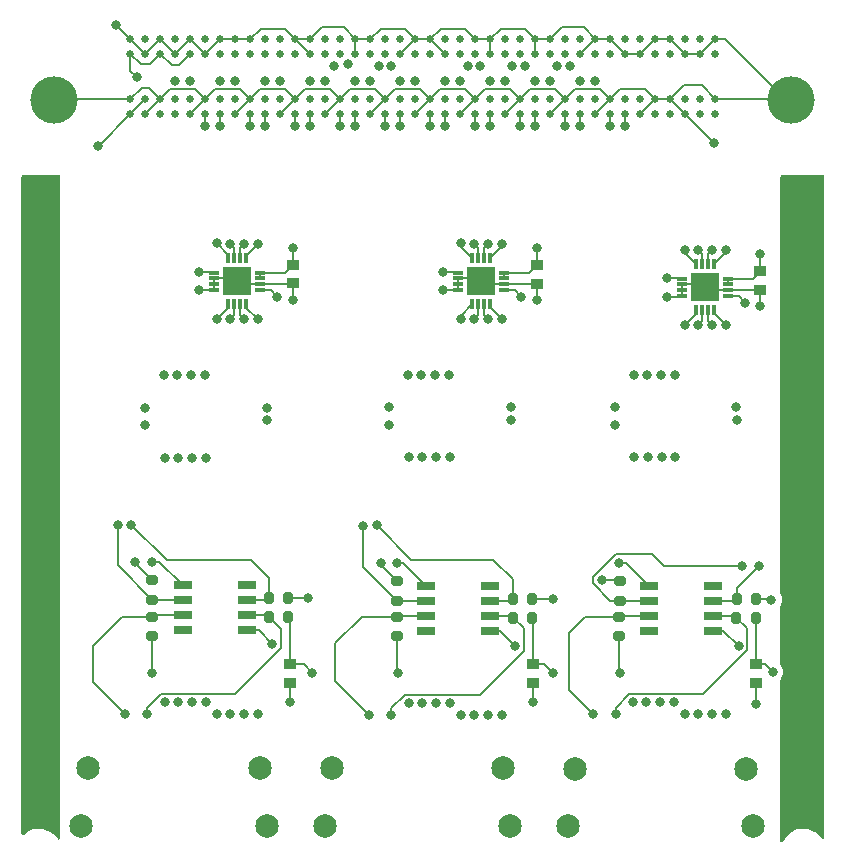
<source format=gbr>
G04 #@! TF.GenerationSoftware,KiCad,Pcbnew,(6.0.4-0)*
G04 #@! TF.CreationDate,2022-07-08T14:42:32+02:00*
G04 #@! TF.ProjectId,adapter_hybrid_assistor_hpc_3HDMI,61646170-7465-4725-9f68-79627269645f,rev?*
G04 #@! TF.SameCoordinates,Original*
G04 #@! TF.FileFunction,Copper,L6,Bot*
G04 #@! TF.FilePolarity,Positive*
%FSLAX46Y46*%
G04 Gerber Fmt 4.6, Leading zero omitted, Abs format (unit mm)*
G04 Created by KiCad (PCBNEW (6.0.4-0)) date 2022-07-08 14:42:32*
%MOMM*%
%LPD*%
G01*
G04 APERTURE LIST*
G04 Aperture macros list*
%AMRoundRect*
0 Rectangle with rounded corners*
0 $1 Rounding radius*
0 $2 $3 $4 $5 $6 $7 $8 $9 X,Y pos of 4 corners*
0 Add a 4 corners polygon primitive as box body*
4,1,4,$2,$3,$4,$5,$6,$7,$8,$9,$2,$3,0*
0 Add four circle primitives for the rounded corners*
1,1,$1+$1,$2,$3*
1,1,$1+$1,$4,$5*
1,1,$1+$1,$6,$7*
1,1,$1+$1,$8,$9*
0 Add four rect primitives between the rounded corners*
20,1,$1+$1,$2,$3,$4,$5,0*
20,1,$1+$1,$4,$5,$6,$7,0*
20,1,$1+$1,$6,$7,$8,$9,0*
20,1,$1+$1,$8,$9,$2,$3,0*%
G04 Aperture macros list end*
G04 #@! TA.AperFunction,ComponentPad*
%ADD10C,4.000000*%
G04 #@! TD*
G04 #@! TA.AperFunction,ComponentPad*
%ADD11C,1.995000*%
G04 #@! TD*
G04 #@! TA.AperFunction,SMDPad,CuDef*
%ADD12R,1.000000X0.950000*%
G04 #@! TD*
G04 #@! TA.AperFunction,SMDPad,CuDef*
%ADD13C,0.640000*%
G04 #@! TD*
G04 #@! TA.AperFunction,SMDPad,CuDef*
%ADD14R,0.300000X0.850000*%
G04 #@! TD*
G04 #@! TA.AperFunction,SMDPad,CuDef*
%ADD15R,0.850000X0.300000*%
G04 #@! TD*
G04 #@! TA.AperFunction,SMDPad,CuDef*
%ADD16R,2.400000X2.400000*%
G04 #@! TD*
G04 #@! TA.AperFunction,SMDPad,CuDef*
%ADD17RoundRect,0.200000X-0.200000X-0.275000X0.200000X-0.275000X0.200000X0.275000X-0.200000X0.275000X0*%
G04 #@! TD*
G04 #@! TA.AperFunction,SMDPad,CuDef*
%ADD18RoundRect,0.200000X0.275000X-0.200000X0.275000X0.200000X-0.275000X0.200000X-0.275000X-0.200000X0*%
G04 #@! TD*
G04 #@! TA.AperFunction,SMDPad,CuDef*
%ADD19R,1.528000X0.650000*%
G04 #@! TD*
G04 #@! TA.AperFunction,SMDPad,CuDef*
%ADD20RoundRect,0.200000X0.200000X0.275000X-0.200000X0.275000X-0.200000X-0.275000X0.200000X-0.275000X0*%
G04 #@! TD*
G04 #@! TA.AperFunction,ViaPad*
%ADD21C,0.800000*%
G04 #@! TD*
G04 #@! TA.AperFunction,Conductor*
%ADD22C,0.200000*%
G04 #@! TD*
G04 APERTURE END LIST*
D10*
X165683000Y-110458000D03*
X103303000Y-110458000D03*
D11*
X106189000Y-167050000D03*
X120689000Y-167050000D03*
X105589000Y-171950000D03*
X121289000Y-171950000D03*
X147369000Y-167060000D03*
X161869000Y-167060000D03*
X146769000Y-171960000D03*
X162469000Y-171960000D03*
X126819000Y-167050000D03*
X141319000Y-167050000D03*
X126219000Y-171950000D03*
X141919000Y-171950000D03*
D12*
X123490000Y-124380000D03*
X123490000Y-125980000D03*
X144140000Y-124400000D03*
X144140000Y-126000000D03*
D13*
X159260000Y-105280000D03*
X157990000Y-105280000D03*
X156720000Y-105280000D03*
X155450000Y-105280000D03*
X154180000Y-105280000D03*
X152910000Y-105280000D03*
X151640000Y-105280000D03*
X150370000Y-105280000D03*
X149100000Y-105280000D03*
X147830000Y-105280000D03*
X146560000Y-105280000D03*
X145290000Y-105280000D03*
X144020000Y-105280000D03*
X142750000Y-105280000D03*
X141480000Y-105280000D03*
X140210000Y-105280000D03*
X138940000Y-105280000D03*
X137670000Y-105280000D03*
X136400000Y-105280000D03*
X135130000Y-105280000D03*
X133860000Y-105280000D03*
X132590000Y-105280000D03*
X131320000Y-105280000D03*
X130050000Y-105280000D03*
X128780000Y-105280000D03*
X127510000Y-105280000D03*
X126240000Y-105280000D03*
X124970000Y-105280000D03*
X123700000Y-105280000D03*
X122430000Y-105280000D03*
X121160000Y-105280000D03*
X119890000Y-105280000D03*
X118620000Y-105280000D03*
X117350000Y-105280000D03*
X116080000Y-105280000D03*
X114810000Y-105280000D03*
X113540000Y-105280000D03*
X112270000Y-105280000D03*
X111000000Y-105280000D03*
X109730000Y-105280000D03*
X159260000Y-106550000D03*
X157990000Y-106550000D03*
X156720000Y-106550000D03*
X155450000Y-106550000D03*
X154180000Y-106550000D03*
X152910000Y-106550000D03*
X151640000Y-106550000D03*
X150370000Y-106550000D03*
X149100000Y-106550000D03*
X147830000Y-106550000D03*
X146560000Y-106550000D03*
X145290000Y-106550000D03*
X144020000Y-106550000D03*
X142750000Y-106550000D03*
X141480000Y-106550000D03*
X140210000Y-106550000D03*
X138940000Y-106550000D03*
X137670000Y-106550000D03*
X136400000Y-106550000D03*
X135130000Y-106550000D03*
X133860000Y-106550000D03*
X132590000Y-106550000D03*
X131320000Y-106550000D03*
X130050000Y-106550000D03*
X128780000Y-106550000D03*
X127510000Y-106550000D03*
X126240000Y-106550000D03*
X124970000Y-106550000D03*
X123700000Y-106550000D03*
X122430000Y-106550000D03*
X121160000Y-106550000D03*
X119890000Y-106550000D03*
X118620000Y-106550000D03*
X117350000Y-106550000D03*
X116080000Y-106550000D03*
X114810000Y-106550000D03*
X113540000Y-106550000D03*
X112270000Y-106550000D03*
X111000000Y-106550000D03*
X109730000Y-106550000D03*
X159260000Y-110360000D03*
X157990000Y-110360000D03*
X156720000Y-110360000D03*
X155450000Y-110360000D03*
X154180000Y-110360000D03*
X152910000Y-110360000D03*
X151640000Y-110360000D03*
X150370000Y-110360000D03*
X149100000Y-110360000D03*
X147830000Y-110360000D03*
X146560000Y-110360000D03*
X145290000Y-110360000D03*
X144020000Y-110360000D03*
X142750000Y-110360000D03*
X141480000Y-110360000D03*
X140210000Y-110360000D03*
X138940000Y-110360000D03*
X137670000Y-110360000D03*
X136400000Y-110360000D03*
X135130000Y-110360000D03*
X133860000Y-110360000D03*
X132590000Y-110360000D03*
X131320000Y-110360000D03*
X130050000Y-110360000D03*
X128780000Y-110360000D03*
X127510000Y-110360000D03*
X126240000Y-110360000D03*
X124970000Y-110360000D03*
X123700000Y-110360000D03*
X122430000Y-110360000D03*
X121160000Y-110360000D03*
X119890000Y-110360000D03*
X118620000Y-110360000D03*
X117350000Y-110360000D03*
X116080000Y-110360000D03*
X114810000Y-110360000D03*
X113540000Y-110360000D03*
X112270000Y-110360000D03*
X111000000Y-110360000D03*
X109730000Y-110360000D03*
X159260000Y-111630000D03*
X157990000Y-111630000D03*
X156720000Y-111630000D03*
X155450000Y-111630000D03*
X154180000Y-111630000D03*
X152910000Y-111630000D03*
X151640000Y-111630000D03*
X150370000Y-111630000D03*
X149100000Y-111630000D03*
X147830000Y-111630000D03*
X146560000Y-111630000D03*
X145290000Y-111630000D03*
X144020000Y-111630000D03*
X142750000Y-111630000D03*
X141480000Y-111630000D03*
X140210000Y-111630000D03*
X138940000Y-111630000D03*
X137670000Y-111630000D03*
X136400000Y-111630000D03*
X135130000Y-111630000D03*
X133860000Y-111630000D03*
X132590000Y-111630000D03*
X131320000Y-111630000D03*
X130050000Y-111630000D03*
X128780000Y-111630000D03*
X127510000Y-111630000D03*
X126240000Y-111630000D03*
X124970000Y-111630000D03*
X123700000Y-111630000D03*
X122430000Y-111630000D03*
X121160000Y-111630000D03*
X119890000Y-111630000D03*
X118620000Y-111630000D03*
X117350000Y-111630000D03*
X116080000Y-111630000D03*
X114810000Y-111630000D03*
X113540000Y-111630000D03*
X112270000Y-111630000D03*
X111000000Y-111630000D03*
X109730000Y-111630000D03*
D14*
X140170000Y-127760000D03*
X139670000Y-127760000D03*
X139170000Y-127760000D03*
X138670000Y-127760000D03*
D15*
X137470000Y-126560000D03*
X137470000Y-126060000D03*
X137470000Y-125560000D03*
X137470000Y-125060000D03*
D14*
X138670000Y-123860000D03*
X139170000Y-123860000D03*
X139670000Y-123860000D03*
X140170000Y-123860000D03*
D15*
X141370000Y-125060000D03*
X141370000Y-125560000D03*
X141370000Y-126060000D03*
X141370000Y-126560000D03*
D16*
X139420000Y-125810000D03*
D14*
X159120000Y-128270000D03*
X158620000Y-128270000D03*
X158120000Y-128270000D03*
X157620000Y-128270000D03*
D15*
X156420000Y-127070000D03*
X156420000Y-126570000D03*
X156420000Y-126070000D03*
X156420000Y-125570000D03*
D14*
X157620000Y-124370000D03*
X158120000Y-124370000D03*
X158620000Y-124370000D03*
X159120000Y-124370000D03*
D15*
X160320000Y-125570000D03*
X160320000Y-126070000D03*
X160320000Y-126570000D03*
X160320000Y-127070000D03*
D16*
X158370000Y-126320000D03*
D14*
X119540000Y-127760000D03*
X119040000Y-127760000D03*
X118540000Y-127760000D03*
X118040000Y-127760000D03*
D15*
X116840000Y-126560000D03*
X116840000Y-126060000D03*
X116840000Y-125560000D03*
X116840000Y-125060000D03*
D14*
X118040000Y-123860000D03*
X118540000Y-123860000D03*
X119040000Y-123860000D03*
X119540000Y-123860000D03*
D15*
X120740000Y-125060000D03*
X120740000Y-125560000D03*
X120740000Y-126060000D03*
X120740000Y-126560000D03*
D16*
X118790000Y-125810000D03*
D12*
X163090000Y-124960000D03*
X163090000Y-126560000D03*
X162700000Y-158210000D03*
X162700000Y-159810000D03*
D17*
X142130000Y-152720000D03*
X143780000Y-152720000D03*
D18*
X111600000Y-155850000D03*
X111600000Y-154200000D03*
D19*
X114168000Y-155345000D03*
X114168000Y-154075000D03*
X114168000Y-152805000D03*
X114168000Y-151535000D03*
X119590000Y-151535000D03*
X119590000Y-152805000D03*
X119590000Y-154075000D03*
X119590000Y-155345000D03*
X153649000Y-155395000D03*
X153649000Y-154125000D03*
X153649000Y-152855000D03*
X153649000Y-151585000D03*
X159071000Y-151585000D03*
X159071000Y-152855000D03*
X159071000Y-154125000D03*
X159071000Y-155395000D03*
X134759000Y-155395000D03*
X134759000Y-154125000D03*
X134759000Y-152855000D03*
X134759000Y-151585000D03*
X140181000Y-151585000D03*
X140181000Y-152855000D03*
X140181000Y-154125000D03*
X140181000Y-155395000D03*
D17*
X161080000Y-152720000D03*
X162730000Y-152720000D03*
X121460000Y-152650000D03*
X123110000Y-152650000D03*
D20*
X143760000Y-154270000D03*
X142110000Y-154270000D03*
D18*
X132350000Y-155870000D03*
X132350000Y-154220000D03*
D12*
X123230000Y-158230000D03*
X123230000Y-159830000D03*
D18*
X132330000Y-152830000D03*
X132330000Y-151180000D03*
X151150000Y-155870000D03*
X151150000Y-154220000D03*
D12*
X143800000Y-158210000D03*
X143800000Y-159810000D03*
D18*
X151160000Y-152830000D03*
X151160000Y-151180000D03*
X111590000Y-152745000D03*
X111590000Y-151095000D03*
D20*
X162710000Y-154270000D03*
X161060000Y-154270000D03*
X123105000Y-154190000D03*
X121455000Y-154190000D03*
D21*
X164120000Y-158870000D03*
X107030000Y-114310000D03*
X132370000Y-158974000D03*
X145510000Y-158974000D03*
X151170000Y-158974000D03*
X111580000Y-158974000D03*
X125146000Y-158974000D03*
X166040000Y-151100000D03*
X166040000Y-138400000D03*
X115550000Y-126570000D03*
X163090000Y-127880000D03*
X102540000Y-118080000D03*
X102540000Y-125700000D03*
X161090000Y-137530000D03*
X131670000Y-136470000D03*
X143800000Y-161460000D03*
X102540000Y-163800000D03*
X155150000Y-127090000D03*
X162680000Y-161630000D03*
X123490000Y-127360000D03*
X132330000Y-149630000D03*
X150790000Y-136470000D03*
X111540000Y-149560000D03*
X121320000Y-137550000D03*
X102540000Y-151100000D03*
X166040000Y-163800000D03*
X123220000Y-161420000D03*
X108509000Y-104110000D03*
X102540000Y-138400000D03*
X136200000Y-126570000D03*
X166040000Y-125700000D03*
X111020000Y-136490000D03*
X144140000Y-127360000D03*
X159182000Y-114087000D03*
X166040000Y-118080000D03*
X141970000Y-137530000D03*
X151110000Y-149620000D03*
X121290000Y-136500000D03*
X161280000Y-156720000D03*
X136230000Y-125040000D03*
X141940000Y-136480000D03*
X161790000Y-127630000D03*
X110280000Y-108530000D03*
X161060000Y-136480000D03*
X142330000Y-156690000D03*
X144140000Y-122970000D03*
X123490000Y-122970000D03*
X130960000Y-149630000D03*
X131660000Y-137960000D03*
X124750000Y-152650000D03*
X110170000Y-149560000D03*
X155180000Y-125560000D03*
X115580000Y-125040000D03*
X122190000Y-127110000D03*
X163090000Y-123490000D03*
X142840000Y-127110000D03*
X150780000Y-137960000D03*
X121770000Y-156500000D03*
X164000000Y-152760000D03*
X111010000Y-137980000D03*
X149640000Y-151090000D03*
X145540000Y-152720000D03*
X118190000Y-122610000D03*
X126230000Y-108800000D03*
X109830489Y-146399511D03*
X114810000Y-108810000D03*
X108689511Y-146410489D03*
X113540000Y-108810000D03*
X145280000Y-108800000D03*
X138840000Y-122610000D03*
X140020000Y-122620000D03*
X147830000Y-108800000D03*
X141180000Y-122630000D03*
X149100000Y-108800000D03*
X118610000Y-108800000D03*
X113720000Y-133740000D03*
X117350000Y-108800000D03*
X112590000Y-133750000D03*
X122440000Y-108800000D03*
X116060000Y-133740000D03*
X121150000Y-108800000D03*
X114900000Y-133750000D03*
X117060000Y-122600000D03*
X124960000Y-108800000D03*
X140210000Y-108800000D03*
X135550000Y-133730000D03*
X133240000Y-133730000D03*
X136400000Y-108800000D03*
X134370000Y-133720000D03*
X137670000Y-108800000D03*
X141480000Y-108800000D03*
X136710000Y-133720000D03*
X144030000Y-108800000D03*
X137710000Y-122600000D03*
X132590000Y-108800000D03*
X129479511Y-146480489D03*
X130620489Y-146469511D03*
X133860000Y-108800000D03*
X120530000Y-129010000D03*
X120530000Y-162460000D03*
X119370000Y-129020000D03*
X119370000Y-162460000D03*
X118190000Y-162460000D03*
X118190000Y-129010000D03*
X117060000Y-162470000D03*
X117060000Y-129020000D03*
X116120000Y-140720000D03*
X116120000Y-161450000D03*
X114960000Y-161450000D03*
X114960000Y-140730000D03*
X113780000Y-161450000D03*
X113780000Y-140720000D03*
X112650000Y-140730000D03*
X112650000Y-161460000D03*
X111190000Y-162450000D03*
X109260000Y-162450000D03*
X129910000Y-162490000D03*
X131840000Y-162490000D03*
X133300000Y-140710000D03*
X133300000Y-161500000D03*
X134430000Y-140700000D03*
X134430000Y-161490000D03*
X135610000Y-161490000D03*
X135610000Y-140710000D03*
X136770000Y-161490000D03*
X136770000Y-140700000D03*
X137710000Y-162510000D03*
X137710000Y-129020000D03*
X138840000Y-129010000D03*
X138840000Y-162500000D03*
X140020000Y-129020000D03*
X140020000Y-162500000D03*
X141180000Y-129010000D03*
X141180000Y-162500000D03*
X130040000Y-108800000D03*
X120530000Y-122630000D03*
X119370000Y-122620000D03*
X128780000Y-108800000D03*
X146990000Y-107610000D03*
X160130000Y-123150000D03*
X158970000Y-123140000D03*
X145880000Y-107610000D03*
X143140000Y-107610000D03*
X157790000Y-123130000D03*
X156660000Y-123120000D03*
X142080000Y-107610000D03*
X155830000Y-133720000D03*
X139370000Y-107610000D03*
X154670000Y-133730000D03*
X138300000Y-107610000D03*
X153490000Y-133720000D03*
X131780000Y-107610000D03*
X130750000Y-107610000D03*
X152360000Y-133730000D03*
X128160000Y-107390000D03*
X162950000Y-149910000D03*
X161500000Y-149880000D03*
X126970000Y-107610000D03*
X151640000Y-112640000D03*
X150370000Y-112640000D03*
X147830000Y-112640000D03*
X136400000Y-112640000D03*
X135130000Y-112640000D03*
X128780000Y-112640000D03*
X131320000Y-112640000D03*
X132590000Y-112640000D03*
X140210000Y-112640000D03*
X138940000Y-112640000D03*
X144020000Y-112640000D03*
X142750000Y-112640000D03*
X146560000Y-112640000D03*
X123700000Y-112640000D03*
X119890000Y-112640000D03*
X121160000Y-112640000D03*
X124970000Y-112640000D03*
X127510000Y-112640000D03*
X116080000Y-112640000D03*
X117350000Y-112640000D03*
X160130000Y-129530000D03*
X160160000Y-162440000D03*
X159000000Y-162440000D03*
X158970000Y-129540000D03*
X157790000Y-129530000D03*
X157820000Y-162440000D03*
X156660000Y-129540000D03*
X156690000Y-162450000D03*
X155750000Y-161430000D03*
X155890000Y-140700000D03*
X154590000Y-161430000D03*
X154730000Y-140710000D03*
X153410000Y-161430000D03*
X153550000Y-140700000D03*
X152280000Y-161440000D03*
X152420000Y-140710000D03*
X150820000Y-162430000D03*
X148890000Y-162430000D03*
D22*
X123230000Y-158230000D02*
X123230000Y-154315000D01*
X124402000Y-158230000D02*
X125146000Y-158974000D01*
X111600000Y-158954000D02*
X111580000Y-158974000D01*
X107050000Y-114310000D02*
X107030000Y-114310000D01*
X151150000Y-158954000D02*
X151170000Y-158974000D01*
X163460000Y-158210000D02*
X164120000Y-158870000D01*
X144746000Y-158210000D02*
X145510000Y-158974000D01*
X143800000Y-154310000D02*
X143800000Y-158210000D01*
X162700000Y-154280000D02*
X162700000Y-158210000D01*
X109730000Y-111630000D02*
X107050000Y-114310000D01*
X151150000Y-155870000D02*
X151150000Y-158954000D01*
X132350000Y-155870000D02*
X132350000Y-158954000D01*
X143800000Y-158210000D02*
X144746000Y-158210000D01*
X111600000Y-155850000D02*
X111600000Y-158954000D01*
X123230000Y-158230000D02*
X124402000Y-158230000D01*
X111000000Y-110360000D02*
X109730000Y-111630000D01*
X162700000Y-158210000D02*
X163460000Y-158210000D01*
X132350000Y-158954000D02*
X132370000Y-158974000D01*
X128780000Y-105280000D02*
X128780000Y-106550000D01*
X154180000Y-110360000D02*
X152910000Y-111630000D01*
X146270000Y-104300000D02*
X148120000Y-104300000D01*
X163090000Y-127880000D02*
X163090000Y-126560000D01*
X125950000Y-104300000D02*
X127800000Y-104300000D01*
X143800000Y-159810000D02*
X143800000Y-161460000D01*
X141090000Y-104400000D02*
X143140000Y-104400000D01*
X130930000Y-104400000D02*
X132980000Y-104400000D01*
X113540000Y-106550000D02*
X114810000Y-105280000D01*
X155450000Y-110360000D02*
X156720000Y-111630000D01*
X130459511Y-109499511D02*
X131320000Y-110360000D01*
X160320000Y-126570000D02*
X158620000Y-126570000D01*
X116080000Y-106550000D02*
X117350000Y-105280000D01*
X146560000Y-110360000D02*
X145290000Y-111630000D01*
X145290000Y-105280000D02*
X146270000Y-104300000D01*
X140210000Y-105280000D02*
X141090000Y-104400000D01*
X151640000Y-106550000D02*
X152910000Y-106550000D01*
X132330000Y-149630000D02*
X132804000Y-149630000D01*
X132804000Y-149630000D02*
X134759000Y-151585000D01*
X150370000Y-110360000D02*
X149510000Y-109500000D01*
X115229511Y-109509511D02*
X116080000Y-110360000D01*
X123700000Y-110360000D02*
X122839511Y-109499511D01*
X138060000Y-104400000D02*
X138940000Y-105280000D01*
X158100000Y-109200000D02*
X156600000Y-109200000D01*
X156420000Y-126570000D02*
X156420000Y-126070000D01*
X144020000Y-105280000D02*
X145290000Y-105280000D01*
X119029511Y-109499511D02*
X119890000Y-110360000D01*
X151684000Y-149620000D02*
X153649000Y-151585000D01*
X151230000Y-109500000D02*
X150370000Y-110360000D01*
X120770000Y-104400000D02*
X122820000Y-104400000D01*
X141370000Y-126060000D02*
X144080000Y-126060000D01*
X159260000Y-105280000D02*
X160080000Y-105280000D01*
X138079511Y-109499511D02*
X138940000Y-110360000D01*
X136010000Y-104400000D02*
X138060000Y-104400000D01*
X131320000Y-110360000D02*
X132180489Y-109499511D01*
X137470000Y-126560000D02*
X137470000Y-125560000D01*
X149510000Y-109500000D02*
X147420000Y-109500000D01*
X127800000Y-104300000D02*
X128780000Y-105280000D01*
X126649511Y-109499511D02*
X124560489Y-109499511D01*
X145720000Y-109520000D02*
X146560000Y-110360000D01*
X123700000Y-105280000D02*
X124970000Y-106550000D01*
X116940489Y-109499511D02*
X119029511Y-109499511D01*
X130050000Y-105280000D02*
X130930000Y-104400000D01*
X135990489Y-109499511D02*
X138079511Y-109499511D01*
X159260000Y-110360000D02*
X158100000Y-109200000D01*
X111000000Y-111630000D02*
X112270000Y-110360000D01*
X123490000Y-127360000D02*
X123490000Y-125980000D01*
X116840000Y-125560000D02*
X118540000Y-125560000D01*
X119890000Y-105280000D02*
X120770000Y-104400000D01*
X143140000Y-104400000D02*
X144020000Y-105280000D01*
X138940000Y-105280000D02*
X140210000Y-105280000D01*
X137470000Y-125560000D02*
X139170000Y-125560000D01*
X120740000Y-126060000D02*
X123410000Y-126060000D01*
X135130000Y-110360000D02*
X133860000Y-111630000D01*
X147420000Y-109500000D02*
X146560000Y-110360000D01*
X114810000Y-111630000D02*
X116080000Y-110360000D01*
X122839511Y-109499511D02*
X120750489Y-109499511D01*
X154180000Y-110360000D02*
X153320000Y-109500000D01*
X122820000Y-104400000D02*
X123700000Y-105280000D01*
X143590000Y-109520000D02*
X145720000Y-109520000D01*
X156420000Y-126070000D02*
X158120000Y-126070000D01*
X140210000Y-105280000D02*
X140210000Y-106550000D01*
X159260000Y-110360000D02*
X164255048Y-110360000D01*
X109730000Y-110360000D02*
X104958992Y-110360000D01*
X157990000Y-106550000D02*
X159260000Y-105280000D01*
X123220000Y-161420000D02*
X123220000Y-159840000D01*
X133860000Y-105280000D02*
X135130000Y-105280000D01*
X162700000Y-161610000D02*
X162680000Y-161630000D01*
X109730000Y-110360000D02*
X110690000Y-109400000D01*
X156600000Y-109200000D02*
X156600000Y-109210000D01*
X119890000Y-105280000D02*
X118620000Y-105280000D01*
X153320000Y-109500000D02*
X151230000Y-109500000D01*
X124970000Y-105280000D02*
X125950000Y-104300000D01*
X114810000Y-105280000D02*
X116080000Y-106550000D01*
X154180000Y-105280000D02*
X155450000Y-105280000D01*
X120750489Y-109499511D02*
X119890000Y-110360000D01*
X150370000Y-105280000D02*
X151640000Y-106550000D01*
X115550000Y-126570000D02*
X116830000Y-126570000D01*
X112193000Y-149560000D02*
X114168000Y-151535000D01*
X150370000Y-110360000D02*
X149100000Y-111630000D01*
X135130000Y-105280000D02*
X136010000Y-104400000D01*
X156600000Y-109210000D02*
X155450000Y-110360000D01*
X144140000Y-127360000D02*
X144140000Y-126000000D01*
X122430000Y-111630000D02*
X123700000Y-110360000D01*
X109730000Y-105280000D02*
X111000000Y-106550000D01*
X132180489Y-109499511D02*
X134269511Y-109499511D01*
X112270000Y-105280000D02*
X113540000Y-106550000D01*
X116080000Y-110360000D02*
X116940489Y-109499511D01*
X142750000Y-110360000D02*
X143590000Y-109520000D01*
X127510000Y-110360000D02*
X128370489Y-109499511D01*
X111000000Y-106550000D02*
X112270000Y-105280000D01*
X111310000Y-109400000D02*
X112270000Y-110360000D01*
X160080000Y-105280000D02*
X164353048Y-109553048D01*
X135130000Y-105280000D02*
X136400000Y-106550000D01*
X126240000Y-111630000D02*
X127510000Y-110360000D01*
X141370000Y-126060000D02*
X139670000Y-126060000D01*
X133860000Y-105280000D02*
X132590000Y-106550000D01*
X108560000Y-104110000D02*
X109730000Y-105280000D01*
X136200000Y-126570000D02*
X137460000Y-126570000D01*
X152910000Y-106550000D02*
X154180000Y-105280000D01*
X110690000Y-109400000D02*
X111310000Y-109400000D01*
X134269511Y-109499511D02*
X135130000Y-110360000D01*
X159177000Y-114087000D02*
X156720000Y-111630000D01*
X160320000Y-126570000D02*
X163080000Y-126570000D01*
X116840000Y-126560000D02*
X116840000Y-125560000D01*
X149100000Y-105280000D02*
X147830000Y-106550000D01*
X156420000Y-127070000D02*
X156420000Y-126570000D01*
X131320000Y-110360000D02*
X130050000Y-111630000D01*
X124560489Y-109499511D02*
X123700000Y-110360000D01*
X142750000Y-110360000D02*
X141480000Y-111630000D01*
X112270000Y-110360000D02*
X113120489Y-109509511D01*
X149100000Y-105280000D02*
X150370000Y-105280000D01*
X162700000Y-159810000D02*
X162700000Y-161610000D01*
X155450000Y-105280000D02*
X156720000Y-106550000D01*
X141889511Y-109499511D02*
X142750000Y-110360000D01*
X118620000Y-111630000D02*
X119890000Y-110360000D01*
X128780000Y-105280000D02*
X130050000Y-105280000D01*
X117350000Y-105280000D02*
X118620000Y-105280000D01*
X138940000Y-110360000D02*
X139800489Y-109499511D01*
X108509000Y-104110000D02*
X108560000Y-104110000D01*
X127510000Y-110360000D02*
X126649511Y-109499511D01*
X155150000Y-127090000D02*
X156400000Y-127090000D01*
X144020000Y-105280000D02*
X144020000Y-106550000D01*
X128370489Y-109499511D02*
X130459511Y-109499511D01*
X132980000Y-104400000D02*
X133860000Y-105280000D01*
X151110000Y-149620000D02*
X151684000Y-149620000D01*
X120740000Y-126060000D02*
X119040000Y-126060000D01*
X155450000Y-110360000D02*
X154180000Y-110360000D01*
X156720000Y-106550000D02*
X157990000Y-106550000D01*
X123700000Y-105280000D02*
X124970000Y-105280000D01*
X148120000Y-104300000D02*
X149100000Y-105280000D01*
X139800489Y-109499511D02*
X141889511Y-109499511D01*
X135130000Y-110360000D02*
X135990489Y-109499511D01*
X113120489Y-109509511D02*
X115229511Y-109509511D01*
X111540000Y-149560000D02*
X112193000Y-149560000D01*
X138940000Y-110360000D02*
X137670000Y-111630000D01*
X159182000Y-114087000D02*
X159177000Y-114087000D01*
X162480000Y-125570000D02*
X163090000Y-124960000D01*
X123110000Y-152650000D02*
X124750000Y-152650000D01*
X130960000Y-149810000D02*
X132330000Y-151180000D01*
X159955000Y-155395000D02*
X161280000Y-156720000D01*
X136230000Y-125040000D02*
X137450000Y-125040000D01*
X111380000Y-107440000D02*
X110620000Y-107440000D01*
X149640000Y-151090000D02*
X151070000Y-151090000D01*
X121640000Y-126560000D02*
X122190000Y-127110000D01*
X141370000Y-126560000D02*
X142290000Y-126560000D01*
X115580000Y-125040000D02*
X116820000Y-125040000D01*
X141370000Y-125060000D02*
X143480000Y-125060000D01*
X109730000Y-106550000D02*
X109730000Y-107980000D01*
X140181000Y-155395000D02*
X141035000Y-155395000D01*
X112270000Y-106550000D02*
X111380000Y-107440000D01*
X143780000Y-152720000D02*
X145540000Y-152720000D01*
X110620000Y-107440000D02*
X109730000Y-106550000D01*
X160320000Y-125570000D02*
X162480000Y-125570000D01*
X114810000Y-106550000D02*
X113850000Y-107510000D01*
X159071000Y-155395000D02*
X159955000Y-155395000D01*
X144140000Y-122970000D02*
X144140000Y-124400000D01*
X155180000Y-125560000D02*
X156410000Y-125560000D01*
X162730000Y-152720000D02*
X163960000Y-152720000D01*
X130960000Y-149630000D02*
X130960000Y-149810000D01*
X161230000Y-127070000D02*
X161790000Y-127630000D01*
X120615000Y-155345000D02*
X121770000Y-156500000D01*
X143480000Y-125060000D02*
X144140000Y-124400000D01*
X142290000Y-126560000D02*
X142840000Y-127110000D01*
X113850000Y-107510000D02*
X113230000Y-107510000D01*
X113230000Y-107510000D02*
X112270000Y-106550000D01*
X110170000Y-149675000D02*
X111590000Y-151095000D01*
X120740000Y-126560000D02*
X121640000Y-126560000D01*
X163090000Y-123490000D02*
X163090000Y-124960000D01*
X141370000Y-125560000D02*
X141370000Y-125060000D01*
X160320000Y-126070000D02*
X160320000Y-125570000D01*
X141035000Y-155395000D02*
X142330000Y-156690000D01*
X160320000Y-127070000D02*
X161230000Y-127070000D01*
X120740000Y-125560000D02*
X120740000Y-125060000D01*
X122810000Y-125060000D02*
X123490000Y-124380000D01*
X109730000Y-107980000D02*
X110280000Y-108530000D01*
X120740000Y-125060000D02*
X122810000Y-125060000D01*
X163960000Y-152720000D02*
X164000000Y-152760000D01*
X110170000Y-149560000D02*
X110170000Y-149675000D01*
X119590000Y-155345000D02*
X120615000Y-155345000D01*
X123490000Y-122970000D02*
X123490000Y-124380000D01*
X118540000Y-123860000D02*
X118540000Y-122960000D01*
X118540000Y-122960000D02*
X118190000Y-122610000D01*
X121460000Y-150910000D02*
X121460000Y-152650000D01*
X119590000Y-152805000D02*
X121305000Y-152805000D01*
X112820978Y-149390000D02*
X119940000Y-149390000D01*
X109830489Y-146399511D02*
X112820978Y-149390000D01*
X119940000Y-149390000D02*
X121460000Y-150910000D01*
X108689511Y-146410489D02*
X108689511Y-149844511D01*
X111650000Y-152805000D02*
X114168000Y-152805000D01*
X108689511Y-149844511D02*
X111590000Y-152745000D01*
X138840000Y-122610000D02*
X139170000Y-122940000D01*
X139170000Y-122940000D02*
X139170000Y-123860000D01*
X140020000Y-122620000D02*
X139670000Y-122970000D01*
X139670000Y-122970000D02*
X139670000Y-123860000D01*
X141180000Y-122850000D02*
X140170000Y-123860000D01*
X141180000Y-122630000D02*
X141180000Y-122850000D01*
X118040000Y-123580000D02*
X117060000Y-122600000D01*
X137710000Y-122600000D02*
X137710000Y-122900000D01*
X137710000Y-122900000D02*
X138670000Y-123860000D01*
X129479511Y-146480489D02*
X129479511Y-149979511D01*
X129479511Y-149979511D02*
X132330000Y-152830000D01*
X132355000Y-152855000D02*
X134759000Y-152855000D01*
X140181000Y-152855000D02*
X141995000Y-152855000D01*
X140460000Y-149360000D02*
X142130000Y-151030000D01*
X130620489Y-146470489D02*
X133510000Y-149360000D01*
X133510000Y-149360000D02*
X140460000Y-149360000D01*
X130620489Y-146469511D02*
X130620489Y-146470489D01*
X142130000Y-151030000D02*
X142130000Y-152720000D01*
X119540000Y-128020000D02*
X120530000Y-129010000D01*
X119040000Y-128690000D02*
X119040000Y-127760000D01*
X119370000Y-129020000D02*
X119040000Y-128690000D01*
X118190000Y-129010000D02*
X118540000Y-128660000D01*
X118540000Y-128660000D02*
X118540000Y-127760000D01*
X118040000Y-128040000D02*
X117060000Y-129020000D01*
X122469511Y-155204511D02*
X122469511Y-156840489D01*
X119590000Y-154075000D02*
X121340000Y-154075000D01*
X111190000Y-161930000D02*
X111190000Y-162450000D01*
X121455000Y-154190000D02*
X122469511Y-155204511D01*
X112369511Y-160750489D02*
X111190000Y-161930000D01*
X122469511Y-156840489D02*
X118559511Y-160750489D01*
X118559511Y-160750489D02*
X112369511Y-160750489D01*
X106570000Y-156640000D02*
X106570000Y-159760000D01*
X111600000Y-154200000D02*
X109010000Y-154200000D01*
X109010000Y-154200000D02*
X106570000Y-156640000D01*
X106570000Y-159760000D02*
X109260000Y-162450000D01*
X111725000Y-154075000D02*
X114168000Y-154075000D01*
X127090000Y-156460000D02*
X127090000Y-159670000D01*
X127090000Y-159670000D02*
X129910000Y-162490000D01*
X132340000Y-154210000D02*
X129340000Y-154210000D01*
X132445000Y-154125000D02*
X134759000Y-154125000D01*
X129340000Y-154210000D02*
X127090000Y-156460000D01*
X140181000Y-154125000D02*
X141965000Y-154125000D01*
X143029511Y-157120489D02*
X139359511Y-160790489D01*
X131840000Y-161960000D02*
X131840000Y-162490000D01*
X142110000Y-154270000D02*
X143029511Y-155189511D01*
X133009511Y-160790489D02*
X131840000Y-161960000D01*
X139359511Y-160790489D02*
X133009511Y-160790489D01*
X143029511Y-155189511D02*
X143029511Y-157120489D01*
X137710000Y-129020000D02*
X137710000Y-128720000D01*
X137710000Y-128720000D02*
X138670000Y-127760000D01*
X138840000Y-129010000D02*
X139170000Y-128680000D01*
X139170000Y-128680000D02*
X139170000Y-127760000D01*
X139670000Y-127760000D02*
X139670000Y-128670000D01*
X139670000Y-128670000D02*
X140020000Y-129020000D01*
X140170000Y-128000000D02*
X141180000Y-129010000D01*
X119540000Y-123620000D02*
X120530000Y-122630000D01*
X119040000Y-123860000D02*
X119040000Y-122950000D01*
X119040000Y-122950000D02*
X119370000Y-122620000D01*
X160130000Y-123150000D02*
X160130000Y-123360000D01*
X160130000Y-123360000D02*
X159120000Y-124370000D01*
X158970000Y-123140000D02*
X158620000Y-123490000D01*
X158620000Y-123490000D02*
X158620000Y-124370000D01*
X157790000Y-123130000D02*
X158120000Y-123460000D01*
X158120000Y-123460000D02*
X158120000Y-124370000D01*
X156660000Y-123410000D02*
X157620000Y-124370000D01*
X156660000Y-123120000D02*
X156660000Y-123410000D01*
X161080000Y-151780000D02*
X161080000Y-152720000D01*
X162950000Y-149910000D02*
X161080000Y-151780000D01*
X159071000Y-152855000D02*
X160945000Y-152855000D01*
X148940489Y-151380489D02*
X150390000Y-152830000D01*
X161500000Y-149880000D02*
X154890000Y-149880000D01*
X153930489Y-148920489D02*
X150820252Y-148920489D01*
X151185000Y-152855000D02*
X153649000Y-152855000D01*
X150390000Y-152830000D02*
X151160000Y-152830000D01*
X154890000Y-149880000D02*
X153930489Y-148920489D01*
X150820252Y-148920489D02*
X148940489Y-150800252D01*
X148940489Y-150800252D02*
X148940489Y-151380489D01*
X151640000Y-111630000D02*
X151640000Y-112640000D01*
X150370000Y-111630000D02*
X150370000Y-112640000D01*
X147830000Y-111630000D02*
X147830000Y-112640000D01*
X136400000Y-111630000D02*
X136400000Y-112640000D01*
X135130000Y-111630000D02*
X135130000Y-112640000D01*
X128780000Y-111630000D02*
X128780000Y-112640000D01*
X131320000Y-111630000D02*
X131320000Y-112640000D01*
X132590000Y-111630000D02*
X132590000Y-112640000D01*
X140210000Y-111630000D02*
X140210000Y-112640000D01*
X138940000Y-111630000D02*
X138940000Y-112640000D01*
X144020000Y-111630000D02*
X144020000Y-112640000D01*
X142750000Y-111630000D02*
X142750000Y-112640000D01*
X146560000Y-111630000D02*
X146560000Y-112640000D01*
X123700000Y-111630000D02*
X123700000Y-112640000D01*
X119890000Y-111630000D02*
X119890000Y-112640000D01*
X121160000Y-111630000D02*
X121160000Y-112640000D01*
X124970000Y-111630000D02*
X124970000Y-112640000D01*
X127510000Y-111630000D02*
X127510000Y-112640000D01*
X116080000Y-111630000D02*
X116080000Y-112640000D01*
X117350000Y-111630000D02*
X117350000Y-112640000D01*
X159120000Y-128520000D02*
X160130000Y-129530000D01*
X158620000Y-129190000D02*
X158970000Y-129540000D01*
X158620000Y-128270000D02*
X158620000Y-129190000D01*
X158120000Y-128270000D02*
X158120000Y-129200000D01*
X158120000Y-129200000D02*
X157790000Y-129530000D01*
X157620000Y-128580000D02*
X156660000Y-129540000D01*
X161979511Y-157009748D02*
X158258770Y-160730489D01*
X150820000Y-161910000D02*
X150820000Y-162430000D01*
X151999511Y-160730489D02*
X150820000Y-161910000D01*
X158258770Y-160730489D02*
X151999511Y-160730489D01*
X161060000Y-154270000D02*
X161979511Y-155189511D01*
X160915000Y-154125000D02*
X159071000Y-154125000D01*
X161979511Y-155189511D02*
X161979511Y-157009748D01*
X151150000Y-154220000D02*
X148220000Y-154220000D01*
X148220000Y-154220000D02*
X146880000Y-155560000D01*
X146880000Y-155560000D02*
X146880000Y-160420000D01*
X151245000Y-154125000D02*
X153649000Y-154125000D01*
X146880000Y-160420000D02*
X148890000Y-162430000D01*
G04 #@! TA.AperFunction,Conductor*
G36*
X168433621Y-116830002D02*
G01*
X168480114Y-116883658D01*
X168491500Y-116936000D01*
X168491500Y-172914521D01*
X168471498Y-172982642D01*
X168417842Y-173029135D01*
X168347568Y-173039239D01*
X168282988Y-173009745D01*
X168264149Y-172989380D01*
X168119477Y-172793510D01*
X168116824Y-172789918D01*
X167932187Y-172602358D01*
X167928647Y-172599657D01*
X167928641Y-172599651D01*
X167726506Y-172445386D01*
X167726502Y-172445383D01*
X167722965Y-172442684D01*
X167493332Y-172314084D01*
X167247870Y-172219122D01*
X167243545Y-172218119D01*
X167243540Y-172218118D01*
X167102794Y-172185495D01*
X166991476Y-172159693D01*
X166729267Y-172136983D01*
X166724832Y-172137227D01*
X166724828Y-172137227D01*
X166470916Y-172151200D01*
X166470909Y-172151201D01*
X166466473Y-172151445D01*
X166338369Y-172176927D01*
X166212711Y-172201921D01*
X166212706Y-172201922D01*
X166208339Y-172202791D01*
X166204136Y-172204267D01*
X165964223Y-172288518D01*
X165964220Y-172288519D01*
X165960015Y-172289996D01*
X165956062Y-172292049D01*
X165956056Y-172292052D01*
X165824615Y-172360331D01*
X165726456Y-172411321D01*
X165722841Y-172413904D01*
X165722835Y-172413908D01*
X165619585Y-172487692D01*
X165512322Y-172564344D01*
X165509095Y-172567422D01*
X165509093Y-172567424D01*
X165475311Y-172599651D01*
X165321885Y-172746011D01*
X165158945Y-172952700D01*
X165137640Y-172989380D01*
X165028987Y-173176438D01*
X165028984Y-173176444D01*
X165026753Y-173180285D01*
X165025083Y-173184408D01*
X165012784Y-173214773D01*
X164968672Y-173270402D01*
X164901486Y-173293352D01*
X164832559Y-173276335D01*
X164783774Y-173224754D01*
X164770000Y-173167471D01*
X164770000Y-159554199D01*
X164790002Y-159486078D01*
X164802358Y-159469896D01*
X164859040Y-159406944D01*
X164954527Y-159241556D01*
X165013542Y-159059928D01*
X165033504Y-158870000D01*
X165013542Y-158680072D01*
X164954527Y-158498444D01*
X164859040Y-158333056D01*
X164802363Y-158270110D01*
X164771647Y-158206104D01*
X164770000Y-158185801D01*
X164770000Y-153277081D01*
X164786881Y-153214081D01*
X164831223Y-153137279D01*
X164831224Y-153137278D01*
X164834527Y-153131556D01*
X164893542Y-152949928D01*
X164913504Y-152760000D01*
X164893542Y-152570072D01*
X164834527Y-152388444D01*
X164786881Y-152305919D01*
X164770000Y-152242919D01*
X164770000Y-116936000D01*
X164790002Y-116867879D01*
X164843658Y-116821386D01*
X164896000Y-116810000D01*
X168365500Y-116810000D01*
X168433621Y-116830002D01*
G37*
G04 #@! TD.AperFunction*
G04 #@! TA.AperFunction,Conductor*
G36*
X103752121Y-116830002D02*
G01*
X103798614Y-116883658D01*
X103810000Y-116936000D01*
X103810000Y-172941666D01*
X103789998Y-173009787D01*
X103736342Y-173056280D01*
X103666068Y-173066384D01*
X103601488Y-173036890D01*
X103577616Y-173009182D01*
X103575308Y-173005545D01*
X103573191Y-173001622D01*
X103416824Y-172789918D01*
X103232187Y-172602358D01*
X103228647Y-172599657D01*
X103228641Y-172599651D01*
X103026506Y-172445386D01*
X103026502Y-172445383D01*
X103022965Y-172442684D01*
X102793332Y-172314084D01*
X102547870Y-172219122D01*
X102543545Y-172218119D01*
X102543540Y-172218118D01*
X102402794Y-172185495D01*
X102291476Y-172159693D01*
X102029267Y-172136983D01*
X102024832Y-172137227D01*
X102024828Y-172137227D01*
X101770916Y-172151200D01*
X101770909Y-172151201D01*
X101766473Y-172151445D01*
X101638369Y-172176927D01*
X101512711Y-172201921D01*
X101512706Y-172201922D01*
X101508339Y-172202791D01*
X101504136Y-172204267D01*
X101264223Y-172288518D01*
X101264220Y-172288519D01*
X101260015Y-172289996D01*
X101256062Y-172292049D01*
X101256056Y-172292052D01*
X101124615Y-172360331D01*
X101026456Y-172411321D01*
X101022841Y-172413904D01*
X101022835Y-172413908D01*
X100919585Y-172487692D01*
X100812322Y-172564344D01*
X100809095Y-172567422D01*
X100809093Y-172567424D01*
X100721471Y-172651011D01*
X100658375Y-172683558D01*
X100587698Y-172676826D01*
X100531881Y-172632952D01*
X100508500Y-172559841D01*
X100508500Y-116936000D01*
X100528502Y-116867879D01*
X100582158Y-116821386D01*
X100634500Y-116810000D01*
X103684000Y-116810000D01*
X103752121Y-116830002D01*
G37*
G04 #@! TD.AperFunction*
M02*

</source>
